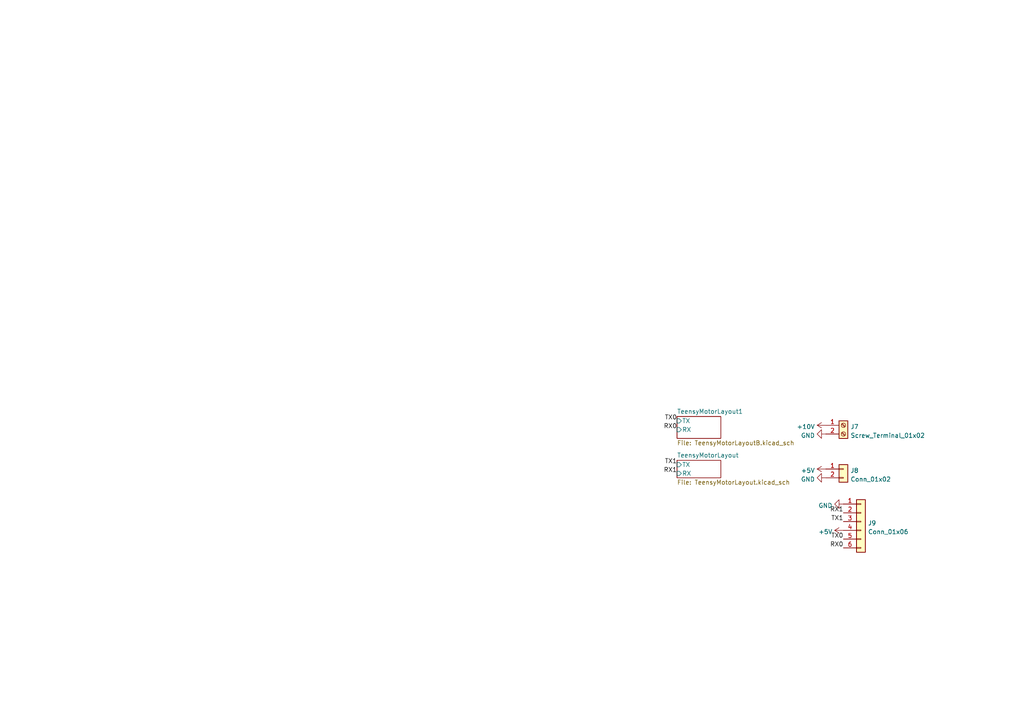
<source format=kicad_sch>
(kicad_sch (version 20211123) (generator eeschema)
  (paper "A4")
  (lib_symbols
    (symbol "Connector:Screw_Terminal_01x02" (pin_names (offset 1.016) hide)
      (property "Reference" "J" (at 0 2.54 0))
      (property "Value" "Screw_Terminal_01x02" (at 0 -5.08 0))
      (symbol "Screw_Terminal_01x02_1_1"
        (rectangle (start -1.27 1.27) (end 1.27 -3.81) (stroke (width 0.254)) (fill (type background)))
        (circle (center 0 -2.54) (radius 0.635) (stroke (width 0.1524)))
        (polyline (pts (xy -0.5334 -2.2098) (xy 0.3302 -3.048)) (stroke (width 0.1524)))
        (polyline (pts (xy -0.5334 0.3302) (xy 0.3302 -0.508)) (stroke (width 0.1524)))
        (polyline (pts (xy -0.3556 -2.032) (xy 0.508 -2.8702)) (stroke (width 0.1524)))
        (polyline (pts (xy -0.3556 0.508) (xy 0.508 -0.3302)) (stroke (width 0.1524)))
        (circle (center 0 0) (radius 0.635) (stroke (width 0.1524)))
        (pin passive line (at -5.08 0 0) (length 3.81) (name "Pin_1") (number "1"))
        (pin passive line (at -5.08 -2.54 0) (length 3.81) (name "Pin_2") (number "2"))
      )
    )
    (symbol "Connector_Generic:Conn_01x02" (pin_names (offset 1.016) hide)
      (property "Reference" "J" (at 0 2.54 0))
      (property "Value" "Conn_01x02" (at 0 -5.08 0))
      (symbol "Conn_01x02_1_1"
        (rectangle (start -1.27 -2.413) (end 0 -2.667) (stroke (width 0.1524)))
        (rectangle (start -1.27 0.127) (end 0 -0.127) (stroke (width 0.1524)))
        (rectangle (start -1.27 1.27) (end 1.27 -3.81) (stroke (width 0.254)) (fill (type background)))
        (pin passive line (at -5.08 0 0) (length 3.81) (name "Pin_1") (number "1"))
        (pin passive line (at -5.08 -2.54 0) (length 3.81) (name "Pin_2") (number "2"))
      )
    )
    (symbol "Connector_Generic:Conn_01x06" (pin_names (offset 1.016) hide)
      (property "Reference" "J" (at 0 7.62 0))
      (property "Value" "Conn_01x06" (at 0 -10.16 0))
      (symbol "Conn_01x06_1_1"
        (rectangle (start -1.27 -7.493) (end 0 -7.747) (stroke (width 0.1524)))
        (rectangle (start -1.27 -4.953) (end 0 -5.207) (stroke (width 0.1524)))
        (rectangle (start -1.27 -2.413) (end 0 -2.667) (stroke (width 0.1524)))
        (rectangle (start -1.27 0.127) (end 0 -0.127) (stroke (width 0.1524)))
        (rectangle (start -1.27 2.667) (end 0 2.413) (stroke (width 0.1524)))
        (rectangle (start -1.27 5.207) (end 0 4.953) (stroke (width 0.1524)))
        (rectangle (start -1.27 6.35) (end 1.27 -8.89) (stroke (width 0.254)) (fill (type background)))
        (pin passive line (at -5.08 5.08 0) (length 3.81) (name "Pin_1") (number "1"))
        (pin passive line (at -5.08 2.54 0) (length 3.81) (name "Pin_2") (number "2"))
        (pin passive line (at -5.08 0 0) (length 3.81) (name "Pin_3") (number "3"))
        (pin passive line (at -5.08 -2.54 0) (length 3.81) (name "Pin_4") (number "4"))
        (pin passive line (at -5.08 -5.08 0) (length 3.81) (name "Pin_5") (number "5"))
        (pin passive line (at -5.08 -7.62 0) (length 3.81) (name "Pin_6") (number "6"))
      )
    )
    (symbol "power:+10V" (power) (pin_names (offset 0))
      (property "Value" "+10V" (at 0 3.556 0))
      (symbol "+10V_0_1"
        (polyline (pts (xy -0.762 1.27) (xy 0 2.54)))
        (polyline (pts (xy 0 0) (xy 0 2.54)))
        (polyline (pts (xy 0 2.54) (xy 0.762 1.27)))
      )
      (symbol "+10V_1_1"
        (pin power_in line (at 0 0 90) (length 0) hide (name "+10V") (number "1"))
      )
    )
    (symbol "power:+5V" (power) (pin_names (offset 0))
      (property "Value" "+5V" (at 0 3.556 0))
      (symbol "+5V_0_1"
        (polyline (pts (xy -0.762 1.27) (xy 0 2.54)))
        (polyline (pts (xy 0 0) (xy 0 2.54)))
        (polyline (pts (xy 0 2.54) (xy 0.762 1.27)))
      )
      (symbol "+5V_1_1"
        (pin power_in line (at 0 0 90) (length 0) hide (name "+5V") (number "1"))
      )
    )
    (symbol "power:GND" (power) (pin_names (offset 0))
      (property "Value" "GND" (at 0 -3.81 0))
      (symbol "GND_0_1"
        (polyline (pts (xy 0 0) (xy 0 -1.27) (xy 1.27 -1.27) (xy 0 -2.54) (xy -1.27 -1.27) (xy 0 -1.27)))
      )
      (symbol "GND_1_1"
        (pin power_in line (at 0 0 270) (length 0) hide (name "GND") (number "1"))
      )
    )
  )
  (label "TX1" (at 196.3674 134.7724 180))
  (label "RX0" (at 196.3674 124.6124 180))
  (label "RX1" (at 196.3674 137.3124 180))
  (label "TX0" (at 196.3674 122.0724 180))
  (label "RX1" (at 244.6274 148.7424 180))
  (label "TX0" (at 244.6274 156.3624 180))
  (label "TX1" (at 244.6274 151.2824 180))
  (label "RX0" (at 244.6274 158.9024 180))
  (symbol (lib_id "Connector_Generic:Conn_01x06") (at 249.7074 151.2824 0) (unit 1)
    (property "Reference" "J9" (at 251.7394 151.7177 0) (effects (justify left)))
    (property "Value" "Conn_01x06" (at 251.7394 154.2546 0) (effects (justify left)))
    (property "Footprint" "Connector_JST:JST_XH_B6B-XH-A_1x06_P2.50mm_Vertical" (effects hide))
  )
  (symbol (lib_id "Connector:Screw_Terminal_01x02") (at 244.6274 123.3424 0) (unit 1)
    (property "Reference" "J7" (at 246.6594 123.7777 0) (effects (justify left)))
    (property "Value" "Screw_Terminal_01x02" (at 246.6594 126.3146 0) (effects (justify left)))
    (property "Footprint" "TerminalBlock_Phoenix:TerminalBlock_Phoenix_PT-1,5-2-3.5-H_1x02_P3.50mm_Horizontal" (effects hide))
  )
  (symbol (lib_id "power:GND") (at 244.6274 146.2024 270) (unit 1)
    (property "Reference" "#PWR0146" (effects hide))
    (property "Value" "GND" (at 241.4525 146.6362 90) (effects (justify right)))
  )
  (symbol (lib_id "Connector_Generic:Conn_01x02") (at 244.6274 136.0424 0) (unit 1)
    (property "Reference" "J8" (at 246.6594 136.4777 0) (effects (justify left)))
    (property "Value" "Conn_01x02" (at 246.6594 139.0146 0) (effects (justify left)))
    (property "Footprint" "Connector_JST:JST_XH_B2B-XH-AM_1x02_P2.50mm_Vertical" (effects hide))
  )
  (symbol (lib_id "power:+5V") (at 239.5474 136.0424 90) (unit 1)
    (property "Reference" "#PWR0144" (effects hide))
    (property "Value" "+5V" (at 236.3725 136.4762 90) (effects (justify left)))
  )
  (symbol (lib_id "power:GND") (at 239.5474 138.5824 270) (unit 1)
    (property "Reference" "#PWR0143" (effects hide))
    (property "Value" "GND" (at 236.3725 139.0162 90) (effects (justify right)))
  )
  (symbol (lib_id "power:+5V") (at 244.6274 153.8224 90) (unit 1)
    (property "Reference" "#PWR0145" (effects hide))
    (property "Value" "+5V" (at 241.4525 154.2562 90) (effects (justify left)))
  )
  (symbol (lib_id "power:+10V") (at 239.5474 123.3424 90) (unit 1)
    (property "Reference" "#PWR0141" (effects hide))
    (property "Value" "+10V" (at 236.3724 123.7762 90) (effects (justify left)))
  )
  (symbol (lib_id "power:GND") (at 239.5474 125.8824 270) (unit 1)
    (property "Reference" "#PWR0142" (effects hide))
    (property "Value" "GND" (at 236.3725 126.3162 90) (effects (justify right)))
  )
  (sheet (at 196.3674 120.8024) (size 12.7 6.35) (stroke (width 0.1524))
    (property "Sheet name" "TeensyMotorLayout1" (at 196.3674 120.0908 0) (effects (justify left bottom)))
    (property "Sheet file" "TeensyMotorLayoutB.kicad_sch" (at 196.3674 127.737 0) (effects (justify left top)))
    (pin "TX" input (at 196.3674 122.0724 180))
    (pin "RX" input (at 196.3674 124.6124 180))
  )
  (sheet (at 196.3674 133.5024) (size 12.7 5.08) (stroke (width 0.1524))
    (property "Sheet name" "TeensyMotorLayout" (at 196.3674 132.7908 0) (effects (justify left bottom)))
    (property "Sheet file" "TeensyMotorLayout.kicad_sch" (at 196.3674 139.167 0) (effects (justify left top)))
    (pin "TX" input (at 196.3674 134.7724 180))
    (pin "RX" input (at 196.3674 137.3124 180))
  )
)
</source>
